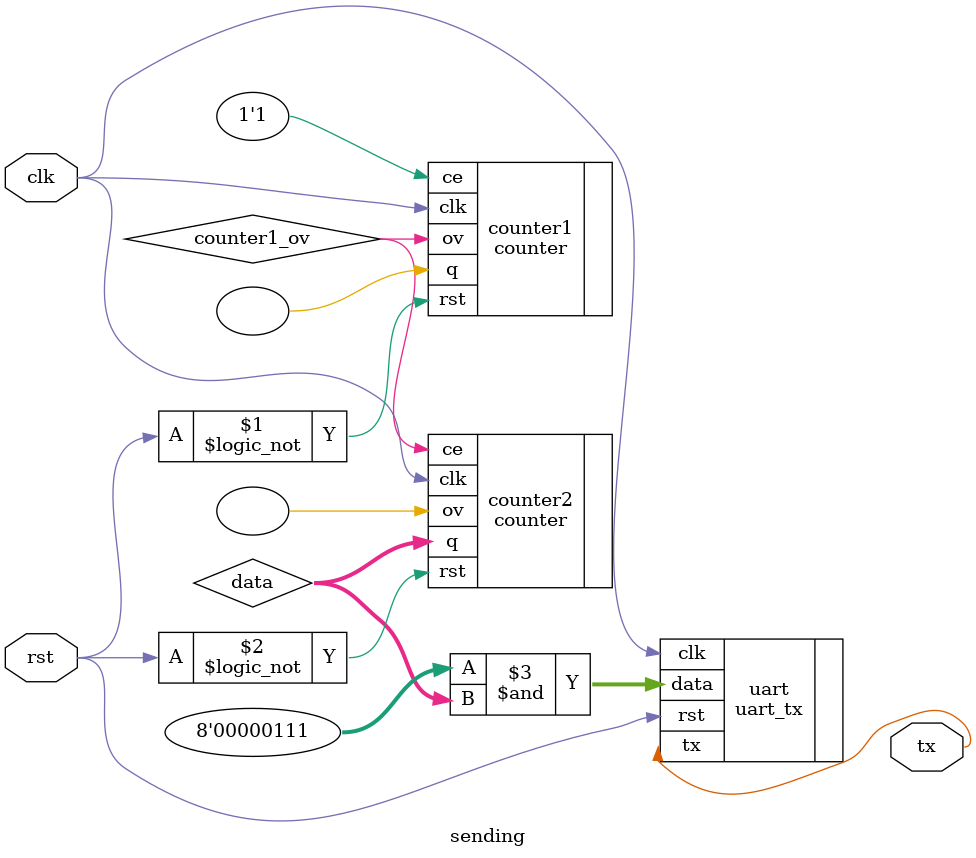
<source format=v>
module sending
   #(parameter BAUD = 115200, F = 50000000)
   (
      input wire clk,
      input wire rst,
      output wire tx
   );

   wire counter1_ov;
   wire [7:0] data;

   // Measure some time, when overflow send byte, F means one second
   counter #(.N(F)) counter1 (
      .clk(clk),
      .rst(!rst),
      .ce(1'b1),
      .q(),
      .ov(counter1_ov)
   );

   // Send numbers from 0 to 7 when overflow on counter1
   counter #(.N(8)) counter2 (
      .clk(clk),
      .rst(!rst),
      .ce(counter1_ov),
      .q(data),
      .ov()
   );

   uart_tx #(
      .BAUD(BAUD), 
      .F(F)
   ) uart(
      .clk(clk),
      .rst(rst),
      .tx(tx),
      .data((8'b00000111 & data)) // It's necessary, because data from counter2
      // has three bits, so we must do a mask, before sending to uart module
   );

endmodule

</source>
